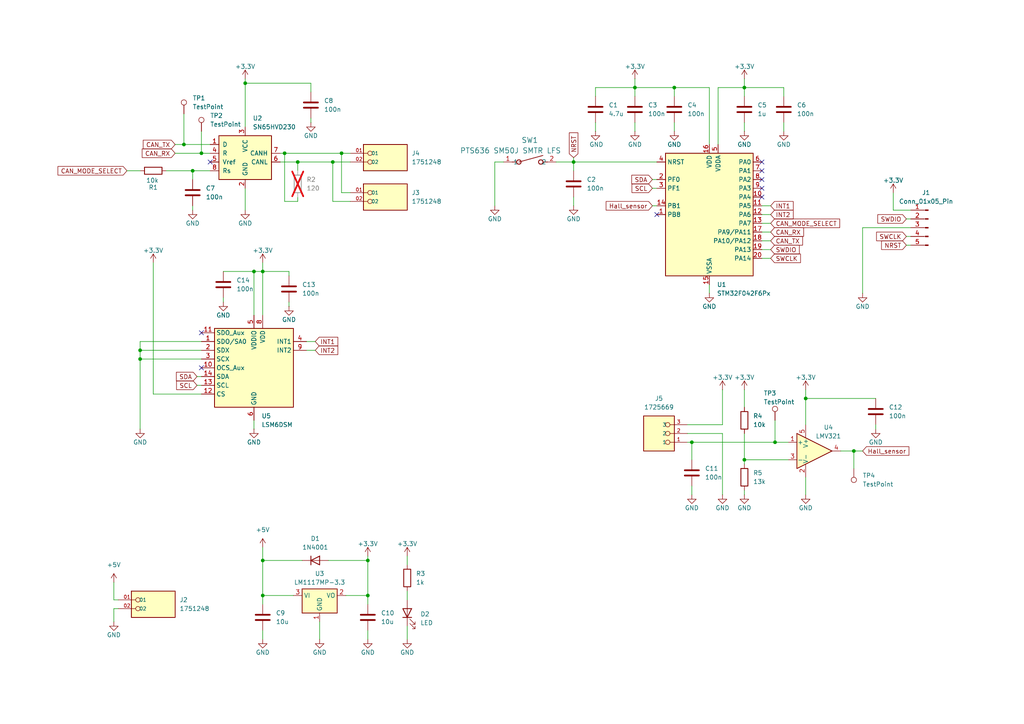
<source format=kicad_sch>
(kicad_sch (version 20231120) (generator "eeschema") (generator_version "8.0")
  (paper "A4")
  (title_block (title "R2D2 drive intelligence") (date "2024-12-29") (rev "V1.0") (company "David Jakovlev"))
  (lib_symbols
    (symbol "1725669:1725669" (pin_names (offset 1.016))
      (property "Reference" "J" (at -2.54 5.842 0))
      (property "Value" "1725669" (at -2.54 -7.62 0))
      (symbol "1725669_0_0"
        (rectangle (start -3.81 -5.08) (end 5.08 5.08) (stroke (width 0.254)) (fill (type background)))
        (circle (center -1.905 -2.54) (radius 0.635) (stroke (width 0.1524)))
        (circle (center -1.905 0) (radius 0.635) (stroke (width 0.1524)))
        (circle (center -1.905 2.54) (radius 0.635) (stroke (width 0.1524)))
        (pin passive line (at -7.62 2.54 0) (length 5.08) (name "1") (number "1"))
        (pin passive line (at -7.62 0 0) (length 5.08) (name "2") (number "2"))
        (pin passive line (at -7.62 -2.54 0) (length 5.08) (name "3") (number "3"))
      )
    )
    (symbol "1751248:1751248" (pin_names (offset 1.016))
      (property "Reference" "J" (at -6.85 5.08 0))
      (property "Value" "1751248" (at -6.35 -5.08 0))
      (symbol "1751248_0_0"
        (rectangle (start -6.35 -2.54) (end 6.35 5.08) (stroke (width 0.254)) (fill (type background)))
        (circle (center -4.445 0) (radius 0.635) (stroke (width 0.1524)))
        (circle (center -4.445 2.54) (radius 0.635) (stroke (width 0.1524)))
        (pin passive line (at -10.16 2.54 0) (length 5.08) (name "01") (number "01"))
        (pin passive line (at -10.16 0 0) (length 5.08) (name "02") (number "02"))
      )
    )
    (symbol "Amplifier_Operational:LMV321" (pin_names (offset 0.127))
      (property "Reference" "U" (at 0 5.08 0))
      (property "Value" "LMV321" (at 0 -5.08 0))
      (symbol "LMV321_0_1"
        (polyline (pts (xy -5.08 5.08) (xy 5.08 0) (xy -5.08 -5.08) (xy -5.08 5.08)) (stroke (width 0.254)) (fill (type background)))
        (pin power_in line (at -2.54 -7.62 90) (length 3.81) (name "V-") (number "2"))
        (pin power_in line (at -2.54 7.62 270) (length 3.81) (name "V+") (number "5"))
      )
      (symbol "LMV321_1_1"
        (pin input line (at -7.62 2.54 0) (length 2.54) (name "+") (number "1"))
        (pin input line (at -7.62 -2.54 0) (length 2.54) (name "-") (number "3"))
        (pin output line (at 7.62 0 180) (length 2.54) (name "~") (number "4"))
      )
    )
    (symbol "Connector:Conn_01x05_Pin" (pin_names (offset 1.016) hide)
      (property "Reference" "J" (at 0 7.62 0))
      (property "Value" "Conn_01x05_Pin" (at 0 -7.62 0))
      (symbol "Conn_01x05_Pin_1_1"
        (polyline (pts (xy 1.27 -5.08) (xy 0.8636 -5.08)) (stroke (width 0.1524)))
        (polyline (pts (xy 1.27 -2.54) (xy 0.8636 -2.54)) (stroke (width 0.1524)))
        (polyline (pts (xy 1.27 0) (xy 0.8636 0)) (stroke (width 0.1524)))
        (polyline (pts (xy 1.27 2.54) (xy 0.8636 2.54)) (stroke (width 0.1524)))
        (polyline (pts (xy 1.27 5.08) (xy 0.8636 5.08)) (stroke (width 0.1524)))
        (rectangle (start 0.8636 -4.953) (end 0 -5.207) (stroke (width 0.1524)) (fill (type outline)))
        (rectangle (start 0.8636 -2.413) (end 0 -2.667) (stroke (width 0.1524)) (fill (type outline)))
        (rectangle (start 0.8636 0.127) (end 0 -0.127) (stroke (width 0.1524)) (fill (type outline)))
        (rectangle (start 0.8636 2.667) (end 0 2.413) (stroke (width 0.1524)) (fill (type outline)))
        (rectangle (start 0.8636 5.207) (end 0 4.953) (stroke (width 0.1524)) (fill (type outline)))
        (pin passive line (at 5.08 5.08 180) (length 3.81) (name "Pin_1") (number "1"))
        (pin passive line (at 5.08 2.54 180) (length 3.81) (name "Pin_2") (number "2"))
        (pin passive line (at 5.08 0 180) (length 3.81) (name "Pin_3") (number "3"))
        (pin passive line (at 5.08 -2.54 180) (length 3.81) (name "Pin_4") (number "4"))
        (pin passive line (at 5.08 -5.08 180) (length 3.81) (name "Pin_5") (number "5"))
      )
    )
    (symbol "Connector:TestPoint" (pin_numbers hide) (pin_names (offset 0.762) hide)
      (property "Reference" "TP" (at 0 6.858 0))
      (property "Value" "TestPoint" (at 0 5.08 0))
      (symbol "TestPoint_0_1"
        (circle (center 0 3.302) (radius 0.762))
      )
      (symbol "TestPoint_1_1"
        (pin passive line (at 0 0 90) (length 2.54) (name "1") (number "1"))
      )
    )
    (symbol "Device:C" (pin_numbers hide) (pin_names (offset 0.254))
      (property "Reference" "C" (at 0.635 2.54 0))
      (property "Value" "C" (at 0.635 -2.54 0))
      (symbol "C_0_1"
        (polyline (pts (xy -2.032 -0.762) (xy 2.032 -0.762)) (stroke (width 0.508)))
        (polyline (pts (xy -2.032 0.762) (xy 2.032 0.762)) (stroke (width 0.508)))
      )
      (symbol "C_1_1"
        (pin passive line (at 0 3.81 270) (length 2.794) (name "~") (number "1"))
        (pin passive line (at 0 -3.81 90) (length 2.794) (name "~") (number "2"))
      )
    )
    (symbol "Device:D" (pin_numbers hide) (pin_names (offset 1.016) hide)
      (property "Reference" "D" (at 0 2.54 0))
      (property "Value" "D" (at 0 -2.54 0))
      (symbol "D_0_1"
        (polyline (pts (xy -1.27 1.27) (xy -1.27 -1.27)) (stroke (width 0.254)))
        (polyline (pts (xy 1.27 0) (xy -1.27 0)))
        (polyline (pts (xy 1.27 1.27) (xy 1.27 -1.27) (xy -1.27 0) (xy 1.27 1.27)) (stroke (width 0.254)))
      )
      (symbol "D_1_1"
        (pin passive line (at -3.81 0 0) (length 2.54) (name "K") (number "1"))
        (pin passive line (at 3.81 0 180) (length 2.54) (name "A") (number "2"))
      )
    )
    (symbol "Device:LED" (pin_numbers hide) (pin_names (offset 1.016) hide)
      (property "Reference" "D" (at 0 2.54 0))
      (property "Value" "LED" (at 0 -2.54 0))
      (symbol "LED_0_1"
        (polyline (pts (xy -1.27 -1.27) (xy -1.27 1.27)) (stroke (width 0.254)))
        (polyline (pts (xy -1.27 0) (xy 1.27 0)))
        (polyline (pts (xy 1.27 -1.27) (xy 1.27 1.27) (xy -1.27 0) (xy 1.27 -1.27)) (stroke (width 0.254)))
        (polyline (pts (xy -3.048 -0.762) (xy -4.572 -2.286) (xy -3.81 -2.286) (xy -4.572 -2.286) (xy -4.572 -1.524)))
        (polyline (pts (xy -1.778 -0.762) (xy -3.302 -2.286) (xy -2.54 -2.286) (xy -3.302 -2.286) (xy -3.302 -1.524)))
      )
      (symbol "LED_1_1"
        (pin passive line (at -3.81 0 0) (length 2.54) (name "K") (number "1"))
        (pin passive line (at 3.81 0 180) (length 2.54) (name "A") (number "2"))
      )
    )
    (symbol "Device:R" (pin_numbers hide) (pin_names (offset 0))
      (property "Reference" "R" (at 2.032 0 90))
      (property "Value" "R" (at 0 0 90))
      (symbol "R_0_1"
        (rectangle (start -1.016 -2.54) (end 1.016 2.54) (stroke (width 0.254)))
      )
      (symbol "R_1_1"
        (pin passive line (at 0 3.81 270) (length 1.27) (name "~") (number "1"))
        (pin passive line (at 0 -3.81 90) (length 1.27) (name "~") (number "2"))
      )
    )
    (symbol "Interface_CAN_LIN:SN65HVD230" (pin_names (offset 1.016))
      (property "Reference" "U" (at -2.54 10.16 0))
      (property "Value" "SN65HVD230" (at -2.54 7.62 0))
      (symbol "SN65HVD230_0_1"
        (rectangle (start -7.62 5.08) (end 7.62 -7.62) (stroke (width 0.254)) (fill (type background)))
      )
      (symbol "SN65HVD230_1_1"
        (pin input line (at -10.16 2.54 0) (length 2.54) (name "D") (number "1"))
        (pin power_in line (at 0 -10.16 90) (length 2.54) (name "GND") (number "2"))
        (pin power_in line (at 0 7.62 270) (length 2.54) (name "VCC") (number "3"))
        (pin output line (at -10.16 0 0) (length 2.54) (name "R") (number "4"))
        (pin output line (at -10.16 -2.54 0) (length 2.54) (name "Vref") (number "5"))
        (pin bidirectional line (at 10.16 -2.54 180) (length 2.54) (name "CANL") (number "6"))
        (pin bidirectional line (at 10.16 0 180) (length 2.54) (name "CANH") (number "7"))
        (pin input line (at -10.16 -5.08 0) (length 2.54) (name "Rs") (number "8"))
      )
    )
    (symbol "MCU_ST_STM32F0:STM32F042F6Px"
      (property "Reference" "U" (at -12.7 19.05 0))
      (property "Value" "STM32F042F6Px" (at 5.08 19.05 0))
      (symbol "STM32F042F6Px_0_1"
        (rectangle (start -12.7 -17.78) (end 12.7 17.78) (stroke (width 0.254)) (fill (type background)))
      )
      (symbol "STM32F042F6Px_1_1"
        (pin bidirectional line (at -15.24 0 0) (length 2.54) (name "PB8") (number "1"))
        (pin bidirectional line (at 15.24 5.08 180) (length 2.54) (name "PA4") (number "10"))
        (pin bidirectional line (at 15.24 2.54 180) (length 2.54) (name "PA5") (number "11"))
        (pin bidirectional line (at 15.24 0 180) (length 2.54) (name "PA6") (number "12"))
        (pin bidirectional line (at 15.24 -2.54 180) (length 2.54) (name "PA7") (number "13"))
        (pin bidirectional line (at -15.24 2.54 0) (length 2.54) (name "PB1") (number "14"))
        (pin power_in line (at 0 -20.32 90) (length 2.54) (name "VSSA") (number "15"))
        (pin power_in line (at 0 20.32 270) (length 2.54) (name "VDD") (number "16"))
        (pin bidirectional line (at 15.24 -5.08 180) (length 2.54) (name "PA9/PA11") (number "17"))
        (pin bidirectional line (at 15.24 -7.62 180) (length 2.54) (name "PA10/PA12") (number "18"))
        (pin bidirectional line (at 15.24 -10.16 180) (length 2.54) (name "PA13") (number "19"))
        (pin bidirectional line (at -15.24 10.16 0) (length 2.54) (name "PF0") (number "2"))
        (pin bidirectional line (at 15.24 -12.7 180) (length 2.54) (name "PA14") (number "20"))
        (pin bidirectional line (at -15.24 7.62 0) (length 2.54) (name "PF1") (number "3"))
        (pin input line (at -15.24 15.24 0) (length 2.54) (name "NRST") (number "4"))
        (pin power_in line (at 2.54 20.32 270) (length 2.54) (name "VDDA") (number "5"))
        (pin bidirectional line (at 15.24 15.24 180) (length 2.54) (name "PA0") (number "6"))
        (pin bidirectional line (at 15.24 12.7 180) (length 2.54) (name "PA1") (number "7"))
        (pin bidirectional line (at 15.24 10.16 180) (length 2.54) (name "PA2") (number "8"))
        (pin bidirectional line (at 15.24 7.62 180) (length 2.54) (name "PA3") (number "9"))
      )
    )
    (symbol "PTS636_SM50J_SMTR_LFS:PTS636_SM50J_SMTR_LFS" (pin_names (offset 0.254))
      (property "Reference" "SW" (at 7.62 3.81 0))
      (property "Value" "PTS636 SM50J SMTR LFS" (at 0 0 0))
      (symbol "PTS636_SM50J_SMTR_LFS_0_1"
        (polyline (pts (xy 2.54 0) (xy 3.81 0)) (stroke (width 0.2032)))
        (polyline (pts (xy 4.445 0) (xy 11.43 1.905)) (stroke (width 0.2032)))
        (polyline (pts (xy 12.7 0) (xy 11.43 0)) (stroke (width 0.2032)))
        (circle (center 4.445 0) (radius 0.635) (stroke (width 0.254)))
        (circle (center 10.795 0) (radius 0.635) (stroke (width 0.254)))
        (pin unspecified line (at 0 0 0) (length 2.54) (name "1") (number "1"))
        (pin unspecified line (at 15.24 0 180) (length 2.54) (name "2") (number "2"))
      )
    )
    (symbol "Regulator_Linear:LM1117MP-3.3"
      (property "Reference" "U" (at -3.81 3.175 0))
      (property "Value" "LM1117MP-3.3" (at 0 3.175 0))
      (symbol "LM1117MP-3.3_0_1"
        (rectangle (start -5.08 -5.08) (end 5.08 1.905) (stroke (width 0.254)) (fill (type background)))
      )
      (symbol "LM1117MP-3.3_1_1"
        (pin power_in line (at 0 -7.62 90) (length 2.54) (name "GND") (number "1"))
        (pin power_out line (at 7.62 0 180) (length 2.54) (name "VO") (number "2"))
        (pin power_in line (at -7.62 0 0) (length 2.54) (name "VI") (number "3"))
      )
    )
    (symbol "Sensor_Motion:LSM6DSM"
      (property "Reference" "U" (at -11.43 15.24 0))
      (property "Value" "LSM6DSM" (at -11.43 12.7 0))
      (symbol "LSM6DSM_0_1"
        (rectangle (start 11.43 11.43) (end -11.43 -11.43) (stroke (width 0.254)) (fill (type background)))
      )
      (symbol "LSM6DSM_1_1"
        (pin bidirectional line (at -15.24 7.62 0) (length 3.81) (name "SDO/SA0") (number "1"))
        (pin passive line (at -15.24 0 0) (length 3.81) (name "OCS_Aux") (number "10"))
        (pin bidirectional line (at -15.24 10.16 0) (length 3.81) (name "SDO_Aux") (number "11"))
        (pin input line (at -15.24 -7.62 0) (length 3.81) (name "CS") (number "12"))
        (pin input line (at -15.24 -5.08 0) (length 3.81) (name "SCL") (number "13"))
        (pin bidirectional line (at -15.24 -2.54 0) (length 3.81) (name "SDA") (number "14"))
        (pin bidirectional line (at -15.24 5.08 0) (length 3.81) (name "SDX") (number "2"))
        (pin input line (at -15.24 2.54 0) (length 3.81) (name "SCX") (number "3"))
        (pin output line (at 15.24 7.62 180) (length 3.81) (name "INT1") (number "4"))
        (pin power_in line (at 0 15.24 270) (length 3.81) (name "VDDIO") (number "5"))
        (pin power_in line (at 0 -15.24 90) (length 3.81) (name "GND") (number "6"))
        (pin passive line (at 0 -15.24 90) (length 3.81) hide (name "GND") (number "7"))
        (pin power_in line (at 2.54 15.24 270) (length 3.81) (name "VDD") (number "8"))
        (pin output line (at 15.24 5.08 180) (length 3.81) (name "INT2") (number "9"))
      )
    )
    (symbol "power:+3.3V" (power) (pin_numbers hide) (pin_names (offset 0) hide)
      (property "Value" "+3.3V" (at 0 3.556 0))
      (symbol "+3.3V_0_1"
        (polyline (pts (xy -0.762 1.27) (xy 0 2.54)))
        (polyline (pts (xy 0 0) (xy 0 2.54)))
        (polyline (pts (xy 0 2.54) (xy 0.762 1.27)))
      )
      (symbol "+3.3V_1_1"
        (pin power_in line (at 0 0 90) (length 0) (name "~") (number "1"))
      )
    )
    (symbol "power:+5V" (power) (pin_numbers hide) (pin_names (offset 0) hide)
      (property "Value" "+5V" (at 0 3.556 0))
      (symbol "+5V_0_1"
        (polyline (pts (xy -0.762 1.27) (xy 0 2.54)))
        (polyline (pts (xy 0 0) (xy 0 2.54)))
        (polyline (pts (xy 0 2.54) (xy 0.762 1.27)))
      )
      (symbol "+5V_1_1"
        (pin power_in line (at 0 0 90) (length 0) (name "~") (number "1"))
      )
    )
    (symbol "power:GND" (power) (pin_numbers hide) (pin_names (offset 0) hide)
      (property "Value" "GND" (at 0 -3.81 0))
      (symbol "GND_0_1"
        (polyline (pts (xy 0 0) (xy 0 -1.27) (xy 1.27 -1.27) (xy 0 -2.54) (xy -1.27 -1.27) (xy 0 -1.27)))
      )
      (symbol "GND_1_1"
        (pin power_in line (at 0 0 270) (length 0) (name "~") (number "1"))
      )
    )
  )
  (junction (at 215.9 25.4))
  (junction (at 106.68 162.56))
  (junction (at 76.2 162.56))
  (junction (at 76.2 172.72))
  (junction (at 82.55 44.45))
  (junction (at 96.52 46.99))
  (junction (at 224.79 128.27))
  (junction (at 106.68 172.72))
  (junction (at 73.66 78.74))
  (junction (at 247.65 130.81))
  (junction (at 76.2 78.74))
  (junction (at 99.06 44.45))
  (junction (at 40.64 104.14))
  (junction (at 55.88 49.53))
  (junction (at 86.36 46.99))
  (junction (at 58.42 44.45))
  (junction (at 195.58 25.4))
  (junction (at 184.15 25.4))
  (junction (at 200.66 128.27))
  (junction (at 71.12 24.13))
  (junction (at 215.9 133.35))
  (junction (at 166.37 46.99))
  (junction (at 233.68 115.57))
  (junction (at 40.64 101.6))
  (junction (at 53.34 41.91))
  (no_connect (at 220.98 46.99))
  (no_connect (at 220.98 49.53))
  (no_connect (at 190.5 62.23))
  (no_connect (at 220.98 52.07))
  (no_connect (at 220.98 54.61))
  (no_connect (at 60.96 46.99))
  (no_connect (at 58.42 106.68))
  (no_connect (at 220.98 57.15))
  (no_connect (at 58.42 96.52))
  (wire (pts (xy 55.88 52.07) (xy 55.88 49.53)))
  (wire (pts (xy 83.82 78.74) (xy 83.82 80.01)))
  (wire (pts (xy 83.82 87.63) (xy 83.82 88.9)))
  (wire (pts (xy 76.2 162.56) (xy 76.2 172.72)))
  (wire (pts (xy 71.12 54.61) (xy 71.12 60.96)))
  (wire (pts (xy 86.36 58.42) (xy 86.36 57.15)))
  (wire (pts (xy 48.26 49.53) (xy 55.88 49.53)))
  (wire (pts (xy 101.6 55.88) (xy 99.06 55.88)))
  (wire (pts (xy 227.33 25.4) (xy 227.33 27.94)))
  (wire (pts (xy 189.23 54.61) (xy 190.5 54.61)))
  (wire (pts (xy 259.08 60.96) (xy 259.08 55.88)))
  (wire (pts (xy 118.11 163.83) (xy 118.11 161.29)))
  (wire (pts (xy 200.66 143.51) (xy 200.66 140.97)))
  (wire (pts (xy 73.66 124.46) (xy 73.66 121.92)))
  (wire (pts (xy 184.15 25.4) (xy 195.58 25.4)))
  (wire (pts (xy 161.29 46.99) (xy 166.37 46.99)))
  (wire (pts (xy 71.12 22.86) (xy 71.12 24.13)))
  (wire (pts (xy 184.15 25.4) (xy 184.15 27.94)))
  (wire (pts (xy 58.42 99.06) (xy 40.64 99.06)))
  (wire (pts (xy 64.77 86.36) (xy 64.77 87.63)))
  (wire (pts (xy 250.19 85.09) (xy 250.19 66.04)))
  (wire (pts (xy 243.84 130.81) (xy 247.65 130.81)))
  (wire (pts (xy 184.15 35.56) (xy 184.15 38.1)))
  (wire (pts (xy 40.64 101.6) (xy 40.64 104.14)))
  (wire (pts (xy 215.9 25.4) (xy 227.33 25.4)))
  (wire (pts (xy 223.52 62.23) (xy 220.98 62.23)))
  (wire (pts (xy 220.98 74.93) (xy 223.52 74.93)))
  (wire (pts (xy 215.9 113.03) (xy 215.9 118.11)))
  (wire (pts (xy 233.68 113.03) (xy 233.68 115.57)))
  (wire (pts (xy 73.66 78.74) (xy 76.2 78.74)))
  (wire (pts (xy 76.2 78.74) (xy 83.82 78.74)))
  (wire (pts (xy 71.12 36.83) (xy 71.12 24.13)))
  (wire (pts (xy 209.55 125.73) (xy 209.55 143.51)))
  (wire (pts (xy 95.25 162.56) (xy 106.68 162.56)))
  (wire (pts (xy 87.63 162.56) (xy 76.2 162.56)))
  (wire (pts (xy 223.52 67.31) (xy 220.98 67.31)))
  (wire (pts (xy 233.68 115.57) (xy 233.68 123.19)))
  (wire (pts (xy 189.23 59.69) (xy 190.5 59.69)))
  (wire (pts (xy 172.72 25.4) (xy 172.72 27.94)))
  (wire (pts (xy 81.28 46.99) (xy 86.36 46.99)))
  (wire (pts (xy 264.16 60.96) (xy 259.08 60.96)))
  (wire (pts (xy 247.65 130.81) (xy 250.19 130.81)))
  (wire (pts (xy 262.89 68.58) (xy 264.16 68.58)))
  (wire (pts (xy 215.9 22.86) (xy 215.9 25.4)))
  (wire (pts (xy 57.15 109.22) (xy 58.42 109.22)))
  (wire (pts (xy 143.51 46.99) (xy 146.05 46.99)))
  (wire (pts (xy 209.55 123.19) (xy 209.55 113.03)))
  (wire (pts (xy 90.17 24.13) (xy 90.17 26.67)))
  (wire (pts (xy 96.52 58.42) (xy 96.52 46.99)))
  (wire (pts (xy 166.37 46.99) (xy 166.37 49.53)))
  (wire (pts (xy 166.37 57.15) (xy 166.37 59.69)))
  (wire (pts (xy 262.89 71.12) (xy 264.16 71.12)))
  (wire (pts (xy 205.74 41.91) (xy 205.74 25.4)))
  (wire (pts (xy 106.68 185.42) (xy 106.68 182.88)))
  (wire (pts (xy 34.29 173.99) (xy 33.02 173.99)))
  (wire (pts (xy 76.2 91.44) (xy 76.2 78.74)))
  (wire (pts (xy 262.89 63.5) (xy 264.16 63.5)))
  (wire (pts (xy 233.68 143.51) (xy 233.68 138.43)))
  (wire (pts (xy 40.64 104.14) (xy 58.42 104.14)))
  (wire (pts (xy 33.02 180.34) (xy 33.02 176.53)))
  (wire (pts (xy 106.68 172.72) (xy 106.68 175.26)))
  (wire (pts (xy 143.51 59.69) (xy 143.51 46.99)))
  (wire (pts (xy 76.2 76.2) (xy 76.2 78.74)))
  (wire (pts (xy 58.42 38.1) (xy 58.42 44.45)))
  (wire (pts (xy 99.06 55.88) (xy 99.06 44.45)))
  (wire (pts (xy 215.9 35.56) (xy 215.9 38.1)))
  (wire (pts (xy 91.44 99.06) (xy 88.9 99.06)))
  (wire (pts (xy 57.15 111.76) (xy 58.42 111.76)))
  (wire (pts (xy 220.98 72.39) (xy 223.52 72.39)))
  (wire (pts (xy 101.6 58.42) (xy 96.52 58.42)))
  (wire (pts (xy 33.02 173.99) (xy 33.02 168.91)))
  (wire (pts (xy 85.09 172.72) (xy 76.2 172.72)))
  (wire (pts (xy 73.66 78.74) (xy 73.66 91.44)))
  (wire (pts (xy 86.36 46.99) (xy 86.36 49.53)))
  (wire (pts (xy 250.19 66.04) (xy 264.16 66.04)))
  (wire (pts (xy 82.55 44.45) (xy 99.06 44.45)))
  (wire (pts (xy 81.28 44.45) (xy 82.55 44.45)))
  (wire (pts (xy 71.12 24.13) (xy 90.17 24.13)))
  (wire (pts (xy 100.33 172.72) (xy 106.68 172.72)))
  (wire (pts (xy 223.52 59.69) (xy 220.98 59.69)))
  (wire (pts (xy 166.37 45.72) (xy 166.37 46.99)))
  (wire (pts (xy 195.58 35.56) (xy 195.58 38.1)))
  (wire (pts (xy 106.68 162.56) (xy 106.68 172.72)))
  (wire (pts (xy 86.36 58.42) (xy 82.55 58.42)))
  (wire (pts (xy 166.37 46.99) (xy 190.5 46.99)))
  (wire (pts (xy 208.28 25.4) (xy 215.9 25.4)))
  (wire (pts (xy 92.71 180.34) (xy 92.71 185.42)))
  (wire (pts (xy 172.72 35.56) (xy 172.72 38.1)))
  (wire (pts (xy 215.9 25.4) (xy 215.9 27.94)))
  (wire (pts (xy 50.8 44.45) (xy 58.42 44.45)))
  (wire (pts (xy 53.34 41.91) (xy 60.96 41.91)))
  (wire (pts (xy 200.66 128.27) (xy 224.79 128.27)))
  (wire (pts (xy 90.17 35.56) (xy 90.17 34.29)))
  (wire (pts (xy 64.77 78.74) (xy 73.66 78.74)))
  (wire (pts (xy 200.66 128.27) (xy 200.66 133.35)))
  (wire (pts (xy 223.52 64.77) (xy 220.98 64.77)))
  (wire (pts (xy 227.33 35.56) (xy 227.33 38.1)))
  (wire (pts (xy 254 124.46) (xy 254 123.19)))
  (wire (pts (xy 44.45 114.3) (xy 58.42 114.3)))
  (wire (pts (xy 99.06 44.45) (xy 101.6 44.45)))
  (wire (pts (xy 86.36 46.99) (xy 96.52 46.99)))
  (wire (pts (xy 224.79 121.92) (xy 224.79 128.27)))
  (wire (pts (xy 96.52 46.99) (xy 101.6 46.99)))
  (wire (pts (xy 53.34 33.02) (xy 53.34 41.91)))
  (wire (pts (xy 50.8 41.91) (xy 53.34 41.91)))
  (wire (pts (xy 76.2 158.75) (xy 76.2 162.56)))
  (wire (pts (xy 205.74 82.55) (xy 205.74 85.09)))
  (wire (pts (xy 195.58 25.4) (xy 205.74 25.4)))
  (wire (pts (xy 76.2 185.42) (xy 76.2 182.88)))
  (wire (pts (xy 199.39 128.27) (xy 200.66 128.27)))
  (wire (pts (xy 233.68 115.57) (xy 254 115.57)))
  (wire (pts (xy 224.79 128.27) (xy 228.6 128.27)))
  (wire (pts (xy 58.42 101.6) (xy 40.64 101.6)))
  (wire (pts (xy 215.9 143.51) (xy 215.9 142.24)))
  (wire (pts (xy 184.15 22.86) (xy 184.15 25.4)))
  (wire (pts (xy 33.02 176.53) (xy 34.29 176.53)))
  (wire (pts (xy 76.2 172.72) (xy 76.2 175.26)))
  (wire (pts (xy 40.64 124.46) (xy 40.64 104.14)))
  (wire (pts (xy 184.15 25.4) (xy 172.72 25.4)))
  (wire (pts (xy 215.9 133.35) (xy 228.6 133.35)))
  (wire (pts (xy 223.52 69.85) (xy 220.98 69.85)))
  (wire (pts (xy 55.88 60.96) (xy 55.88 59.69)))
  (wire (pts (xy 58.42 44.45) (xy 60.96 44.45)))
  (wire (pts (xy 91.44 101.6) (xy 88.9 101.6)))
  (wire (pts (xy 195.58 27.94) (xy 195.58 25.4)))
  (wire (pts (xy 215.9 125.73) (xy 215.9 133.35)))
  (wire (pts (xy 118.11 181.61) (xy 118.11 185.42)))
  (wire (pts (xy 36.83 49.53) (xy 40.64 49.53)))
  (wire (pts (xy 40.64 99.06) (xy 40.64 101.6)))
  (wire (pts (xy 44.45 76.2) (xy 44.45 114.3)))
  (wire (pts (xy 208.28 41.91) (xy 208.28 25.4)))
  (wire (pts (xy 189.23 52.07) (xy 190.5 52.07)))
  (wire (pts (xy 118.11 171.45) (xy 118.11 173.99)))
  (wire (pts (xy 215.9 133.35) (xy 215.9 134.62)))
  (wire (pts (xy 199.39 125.73) (xy 209.55 125.73)))
  (wire (pts (xy 55.88 49.53) (xy 60.96 49.53)))
  (wire (pts (xy 247.65 130.81) (xy 247.65 135.89)))
  (wire (pts (xy 199.39 123.19) (xy 209.55 123.19)))
  (wire (pts (xy 106.68 161.29) (xy 106.68 162.56)))
  (wire (pts (xy 82.55 58.42) (xy 82.55 44.45)))
  (global_label "Hall_sensor" (shape input) (at 250.19 130.81 0) (property "Intersheetrefs" "${INTERSHEET_REFS}" (effects (hide yes))))
  (global_label "SWCLK" (shape input) (at 262.89 68.58 180) (property "Intersheetrefs" "${INTERSHEET_REFS}" (effects (hide yes))))
  (global_label "INT1" (shape input) (at 91.44 99.06 0) (property "Intersheetrefs" "${INTERSHEET_REFS}" (effects (hide yes))))
  (global_label "SDA" (shape input) (at 57.15 109.22 180) (property "Intersheetrefs" "${INTERSHEET_REFS}" (effects (hide yes))))
  (global_label "NRST" (shape input) (at 262.89 71.12 180) (property "Intersheetrefs" "${INTERSHEET_REFS}" (effects (hide yes))))
  (global_label "SWDIO" (shape input) (at 262.89 63.5 180) (property "Intersheetrefs" "${INTERSHEET_REFS}" (effects (hide yes))))
  (global_label "SWCLK" (shape input) (at 223.52 74.93 0) (property "Intersheetrefs" "${INTERSHEET_REFS}" (effects (hide yes))))
  (global_label "INT1" (shape input) (at 223.52 59.69 0) (property "Intersheetrefs" "${INTERSHEET_REFS}" (effects (hide yes))))
  (global_label "SCL" (shape input) (at 57.15 111.76 180) (property "Intersheetrefs" "${INTERSHEET_REFS}" (effects (hide yes))))
  (global_label "NRST" (shape input) (at 166.37 45.72 90) (property "Intersheetrefs" "${INTERSHEET_REFS}" (effects (hide yes))))
  (global_label "CAN_TX" (shape input) (at 50.8 41.91 180) (property "Intersheetrefs" "${INTERSHEET_REFS}" (effects (hide yes))))
  (global_label "SCL" (shape input) (at 189.23 54.61 180) (property "Intersheetrefs" "${INTERSHEET_REFS}" (effects (hide yes))))
  (global_label "INT2" (shape input) (at 91.44 101.6 0) (property "Intersheetrefs" "${INTERSHEET_REFS}" (effects (hide yes))))
  (global_label "CAN_RX" (shape input) (at 50.8 44.45 180) (property "Intersheetrefs" "${INTERSHEET_REFS}" (effects (hide yes))))
  (global_label "Hall_sensor" (shape input) (at 189.23 59.69 180) (property "Intersheetrefs" "${INTERSHEET_REFS}" (effects (hide yes))))
  (global_label "SWDIO" (shape input) (at 223.52 72.39 0) (property "Intersheetrefs" "${INTERSHEET_REFS}" (effects (hide yes))))
  (global_label "SDA" (shape input) (at 189.23 52.07 180) (property "Intersheetrefs" "${INTERSHEET_REFS}" (effects (hide yes))))
  (global_label "CAN_RX" (shape input) (at 223.52 67.31 0) (property "Intersheetrefs" "${INTERSHEET_REFS}" (effects (hide yes))))
  (global_label "INT2" (shape input) (at 223.52 62.23 0) (property "Intersheetrefs" "${INTERSHEET_REFS}" (effects (hide yes))))
  (global_label "CAN_MODE_SELECT" (shape input) (at 36.83 49.53 180) (property "Intersheetrefs" "${INTERSHEET_REFS}" (effects (hide yes))))
  (global_label "CAN_MODE_SELECT" (shape input) (at 223.52 64.77 0) (property "Intersheetrefs" "${INTERSHEET_REFS}" (effects (hide yes))))
  (global_label "CAN_TX" (shape input) (at 223.52 69.85 0) (property "Intersheetrefs" "${INTERSHEET_REFS}" (effects (hide yes))))
  (symbol (lib_id "power:GND") (at 215.9 143.51 0) (unit 1)
    (property "Reference" "#PWR030" (effects (hide yes)))
    (property "Value" "GND" (at 215.9 147.32 0))
    (property "Description" "Power symbol creates a global label with name \"GND\" , ground" (effects (hide yes)))
  )
  (symbol (lib_id "Regulator_Linear:LM1117MP-3.3") (at 92.71 172.72 0) (unit 1)
    (property "Reference" "U3" (at 92.71 166.37 0))
    (property "Value" "LM1117MP-3.3" (at 92.71 168.91 0))
    (property "Footprint" "Package_TO_SOT_SMD:SOT-223-3_TabPin2" (effects (hide yes)))
    (property "Datasheet" "http://www.ti.com/lit/ds/symlink/lm1117.pdf" (effects (hide yes)))
    (property "Description" "800mA Low-Dropout Linear Regulator, 3.3V fixed output, SOT-223" (effects (hide yes)))
  )
  (symbol (lib_id "power:GND") (at 76.2 185.42 0) (unit 1)
    (property "Reference" "#PWR018" (effects (hide yes)))
    (property "Value" "GND" (at 76.2 189.23 0))
    (property "Description" "Power symbol creates a global label with name \"GND\" , ground" (effects (hide yes)))
  )
  (symbol (lib_id "power:+3.3V") (at 259.08 55.88 0) (unit 1)
    (property "Reference" "#PWR013" (effects (hide yes)))
    (property "Value" "+3.3V" (at 259.08 52.324 0))
    (property "Description" "Power symbol creates a global label with name \"+3.3V\"" (effects (hide yes)))
  )
  (symbol (lib_id "Device:C") (at 83.82 83.82 0) (unit 1)
    (property "Reference" "C13" (at 87.63 82.5499 0) (effects (justify left)))
    (property "Value" "100n" (at 87.63 85.0899 0) (effects (justify left)))
    (property "Footprint" "Capacitor_SMD:C_0603_1608Metric_Pad1.08x0.95mm_HandSolder" (effects (hide yes)))
    (property "Description" "Unpolarized capacitor" (effects (hide yes)))
  )
  (symbol (lib_id "1751248:1751248") (at 44.45 176.53 0) (unit 1)
    (property "Reference" "J2" (at 52.07 173.9899 0) (effects (justify left)))
    (property "Value" "1751248" (at 52.07 176.5299 0) (effects (justify left)))
    (property "Footprint" "1751248:PHOENIX_1751248" (effects (hide yes)))
    (property "PARTREV" "03.03.2021" (effects (hide yes)))
    (property "STANDARD" "Manufacturer Recommendations" (effects (hide yes)))
    (property "MANUFACTURER" "Phoenix Contact" (effects (hide yes)))
  )
  (symbol (lib_id "power:GND") (at 215.9 38.1 0) (unit 1)
    (property "Reference" "#PWR09" (effects (hide yes)))
    (property "Value" "GND" (at 215.9 41.91 0))
    (property "Description" "Power symbol creates a global label with name \"GND\" , ground" (effects (hide yes)))
  )
  (symbol (lib_id "Device:C") (at 64.77 82.55 0) (unit 1)
    (property "Reference" "C14" (at 68.58 81.2799 0) (effects (justify left)))
    (property "Value" "100n" (at 68.58 83.8199 0) (effects (justify left)))
    (property "Footprint" "Capacitor_SMD:C_0603_1608Metric_Pad1.08x0.95mm_HandSolder" (effects (hide yes)))
    (property "Description" "Unpolarized capacitor" (effects (hide yes)))
  )
  (symbol (lib_id "Device:D") (at 91.44 162.56 0) (unit 1)
    (property "Reference" "D1" (at 91.44 156.21 0))
    (property "Value" "1N4001" (at 91.44 158.75 0))
    (property "Footprint" "Diode_SMD:D_SMA_Handsoldering" (effects (hide yes)))
    (property "Description" "Diode" (effects (hide yes)))
    (property "Sim.Device" "D" (effects (hide yes)))
    (property "Sim.Pins" "1=K 2=A" (effects (hide yes)))
  )
  (symbol (lib_id "Connector:Conn_01x05_Pin") (at 269.24 66.04 0) (mirror y) (unit 1)
    (property "Reference" "J1" (at 268.605 55.88 0))
    (property "Value" "Conn_01x05_Pin" (at 268.605 58.42 0))
    (property "Footprint" "Connector_PinHeader_2.54mm:PinHeader_1x05_P2.54mm_Horizontal" (effects (hide yes)))
    (property "Description" "Generic connector, single row, 01x05, script generated" (effects (hide yes)))
  )
  (symbol (lib_id "power:GND") (at 184.15 38.1 0) (unit 1)
    (property "Reference" "#PWR05" (effects (hide yes)))
    (property "Value" "GND" (at 184.15 41.91 0))
    (property "Description" "Power symbol creates a global label with name \"GND\" , ground" (effects (hide yes)))
  )
  (symbol (lib_id "power:GND") (at 254 124.46 0) (unit 1)
    (property "Reference" "#PWR033" (effects (hide yes)))
    (property "Value" "GND" (at 254 128.27 0))
    (property "Description" "Power symbol creates a global label with name \"GND\" , ground" (effects (hide yes)))
  )
  (symbol (lib_id "MCU_ST_STM32F0:STM32F042F6Px") (at 205.74 62.23 0) (unit 1)
    (property "Reference" "U1" (at 207.9341 82.55 0) (effects (justify left)))
    (property "Value" "STM32F042F6Px" (at 207.9341 85.09 0) (effects (justify left)))
    (property "Footprint" "Package_SO:TSSOP-20_4.4x6.5mm_P0.65mm" (effects (hide yes)))
    (property "Datasheet" "https://www.st.com/resource/en/datasheet/stm32f042f6.pdf" (effects (hide yes)))
    (property "Description" "STMicroelectronics Arm Cortex-M0 MCU, 32KB flash, 6KB RAM, 48 MHz, 2.0-3.6V, 16 GPIO, TSSOP20" (effects (hide yes)))
  )
  (symbol (lib_id "power:GND") (at 200.66 143.51 0) (unit 1)
    (property "Reference" "#PWR026" (effects (hide yes)))
    (property "Value" "GND" (at 200.66 147.32 0))
    (property "Description" "Power symbol creates a global label with name \"GND\" , ground" (effects (hide yes)))
  )
  (symbol (lib_id "power:GND") (at 195.58 38.1 0) (unit 1)
    (property "Reference" "#PWR06" (effects (hide yes)))
    (property "Value" "GND" (at 195.58 41.91 0))
    (property "Description" "Power symbol creates a global label with name \"GND\" , ground" (effects (hide yes)))
  )
  (symbol (lib_id "Amplifier_Operational:LMV321") (at 236.22 130.81 0) (unit 1)
    (property "Reference" "U4" (at 240.284 123.952 0))
    (property "Value" "LMV321" (at 240.284 126.492 0))
    (property "Footprint" "Package_TO_SOT_SMD:SOT-23-5" (effects (hide yes)))
    (property "Datasheet" "http://www.ti.com/lit/ds/symlink/lmv324.pdf" (effects (hide yes)))
    (property "Description" "Low-Voltage Rail-to-Rail Output Operational Amplifiers, SOT-23-5/SC-70-5" (effects (hide yes)))
  )
  (symbol (lib_id "Device:LED") (at 118.11 177.8 90) (unit 1)
    (property "Reference" "D2" (at 121.92 178.1174 90) (effects (justify right)))
    (property "Value" "LED" (at 121.92 180.6574 90) (effects (justify right)))
    (property "Footprint" "LED_SMD:LED_0603_1608Metric_Pad1.05x0.95mm_HandSolder" (effects (hide yes)))
    (property "Description" "Light emitting diode" (effects (hide yes)))
  )
  (symbol (lib_id "power:GND") (at 250.19 85.09 0) (unit 1)
    (property "Reference" "#PWR012" (effects (hide yes)))
    (property "Value" "GND" (at 250.19 88.9 0))
    (property "Description" "Power symbol creates a global label with name \"GND\" , ground" (effects (hide yes)))
  )
  (symbol (lib_id "Device:C") (at 184.15 31.75 0) (unit 1)
    (property "Reference" "C3" (at 187.96 30.4799 0) (effects (justify left)))
    (property "Value" "100n" (at 187.96 33.0199 0) (effects (justify left)))
    (property "Footprint" "Capacitor_SMD:C_0603_1608Metric_Pad1.08x0.95mm_HandSolder" (effects (hide yes)))
    (property "Description" "Unpolarized capacitor" (effects (hide yes)))
  )
  (symbol (lib_id "Device:C") (at 172.72 31.75 0) (unit 1)
    (property "Reference" "C1" (at 176.53 30.4799 0) (effects (justify left)))
    (property "Value" "4.7u" (at 176.53 33.0199 0) (effects (justify left)))
    (property "Footprint" "Capacitor_SMD:C_0603_1608Metric_Pad1.08x0.95mm_HandSolder" (effects (hide yes)))
    (property "Description" "Unpolarized capacitor" (effects (hide yes)))
  )
  (symbol (lib_id "Connector:TestPoint") (at 224.79 121.92 0) (unit 1)
    (property "Reference" "TP3" (at 221.488 114.046 0) (effects (justify left)))
    (property "Value" "TestPoint" (at 221.488 116.586 0) (effects (justify left)))
    (property "Footprint" "TestPoint:TestPoint_Pad_D1.0mm" (effects (hide yes)))
    (property "Description" "test point" (effects (hide yes)))
  )
  (symbol (lib_id "power:+3.3V") (at 76.2 76.2 0) (unit 1)
    (property "Reference" "#PWR034" (effects (hide yes)))
    (property "Value" "+3.3V" (at 76.2 72.644 0))
    (property "Description" "Power symbol creates a global label with name \"+3.3V\"" (effects (hide yes)))
  )
  (symbol (lib_id "Device:C") (at 227.33 31.75 0) (unit 1)
    (property "Reference" "C6" (at 231.14 30.4799 0) (effects (justify left)))
    (property "Value" "100n" (at 231.14 33.0199 0) (effects (justify left)))
    (property "Footprint" "Capacitor_SMD:C_0603_1608Metric_Pad1.08x0.95mm_HandSolder" (effects (hide yes)))
    (property "Description" "Unpolarized capacitor" (effects (hide yes)))
  )
  (symbol (lib_id "Device:C") (at 90.17 30.48 0) (unit 1)
    (property "Reference" "C8" (at 93.98 29.2099 0) (effects (justify left)))
    (property "Value" "100n" (at 93.98 31.7499 0) (effects (justify left)))
    (property "Footprint" "Capacitor_SMD:C_0603_1608Metric_Pad1.08x0.95mm_HandSolder" (effects (hide yes)))
    (property "Description" "Unpolarized capacitor" (effects (hide yes)))
  )
  (symbol (lib_id "Device:C") (at 166.37 53.34 0) (unit 1)
    (property "Reference" "C2" (at 170.18 52.0699 0) (effects (justify left)))
    (property "Value" "100n" (at 170.18 54.6099 0) (effects (justify left)))
    (property "Footprint" "Capacitor_SMD:C_0603_1608Metric_Pad1.08x0.95mm_HandSolder" (effects (hide yes)))
    (property "Description" "Unpolarized capacitor" (effects (hide yes)))
  )
  (symbol (lib_id "power:GND") (at 90.17 35.56 0) (unit 1)
    (property "Reference" "#PWR016" (effects (hide yes)))
    (property "Value" "GND" (at 90.17 39.37 0))
    (property "Description" "Power symbol creates a global label with name \"GND\" , ground" (effects (hide yes)))
  )
  (symbol (lib_id "Device:C") (at 254 119.38 0) (unit 1)
    (property "Reference" "C12" (at 257.81 118.1099 0) (effects (justify left)))
    (property "Value" "100n" (at 257.81 120.6499 0) (effects (justify left)))
    (property "Footprint" "Capacitor_SMD:C_0603_1608Metric_Pad1.08x0.95mm_HandSolder" (effects (hide yes)))
    (property "Description" "Unpolarized capacitor" (effects (hide yes)))
  )
  (symbol (lib_id "Device:C") (at 76.2 179.07 0) (unit 1)
    (property "Reference" "C9" (at 80.01 177.7999 0) (effects (justify left)))
    (property "Value" "10u" (at 80.01 180.3399 0) (effects (justify left)))
    (property "Footprint" "Capacitor_SMD:C_0603_1608Metric_Pad1.08x0.95mm_HandSolder" (effects (hide yes)))
    (property "Description" "Unpolarized capacitor" (effects (hide yes)))
  )
  (symbol (lib_id "power:GND") (at 33.02 180.34 0) (unit 1)
    (property "Reference" "#PWR025" (effects (hide yes)))
    (property "Value" "GND" (at 33.02 184.15 0))
    (property "Description" "Power symbol creates a global label with name \"GND\" , ground" (effects (hide yes)))
  )
  (symbol (lib_id "Device:R") (at 44.45 49.53 270) (unit 1)
    (property "Reference" "R1" (at 44.45 54.356 90))
    (property "Value" "10k" (at 44.196 52.324 90))
    (property "Footprint" "Resistor_SMD:R_0603_1608Metric_Pad0.98x0.95mm_HandSolder" (effects (hide yes)))
    (property "Description" "Resistor" (effects (hide yes)))
  )
  (symbol (lib_id "power:+3.3V") (at 215.9 113.03 0) (unit 1)
    (property "Reference" "#PWR029" (effects (hide yes)))
    (property "Value" "+3.3V" (at 215.9 109.474 0))
    (property "Description" "Power symbol creates a global label with name \"+3.3V\"" (effects (hide yes)))
  )
  (symbol (lib_id "power:GND") (at 233.68 143.51 0) (unit 1)
    (property "Reference" "#PWR032" (effects (hide yes)))
    (property "Value" "GND" (at 233.68 147.32 0))
    (property "Description" "Power symbol creates a global label with name \"GND\" , ground" (effects (hide yes)))
  )
  (symbol (lib_id "Connector:TestPoint") (at 53.34 33.02 0) (unit 1)
    (property "Reference" "TP1" (at 55.88 28.4479 0) (effects (justify left)))
    (property "Value" "TestPoint" (at 55.88 30.9879 0) (effects (justify left)))
    (property "Footprint" "TestPoint:TestPoint_Pad_D1.0mm" (effects (hide yes)))
    (property "Description" "test point" (effects (hide yes)))
  )
  (symbol (lib_id "Device:R") (at 215.9 121.92 0) (unit 1)
    (property "Reference" "R4" (at 218.44 120.6499 0) (effects (justify left)))
    (property "Value" "10k" (at 218.44 123.1899 0) (effects (justify left)))
    (property "Footprint" "Resistor_SMD:R_0603_1608Metric_Pad0.98x0.95mm_HandSolder" (effects (hide yes)))
    (property "Description" "Resistor" (effects (hide yes)))
  )
  (symbol (lib_id "power:+3.3V") (at 209.55 113.03 0) (unit 1)
    (property "Reference" "#PWR027" (effects (hide yes)))
    (property "Value" "+3.3V" (at 209.55 109.474 0))
    (property "Description" "Power symbol creates a global label with name \"+3.3V\"" (effects (hide yes)))
  )
  (symbol (lib_id "Device:R") (at 86.36 53.34 0) (unit 1) (in_bom no) (dnp yes)
    (property "Reference" "R2" (at 88.9 52.0699 0) (effects (justify left)))
    (property "Value" "120" (at 88.9 54.6099 0) (effects (justify left)))
    (property "Footprint" "Resistor_SMD:R_0603_1608Metric_Pad0.98x0.95mm_HandSolder" (effects (hide yes)))
    (property "Description" "Resistor" (effects (hide yes)))
  )
  (symbol (lib_id "power:GND") (at 83.82 88.9 0) (unit 1)
    (property "Reference" "#PWR035" (effects (hide yes)))
    (property "Value" "GND" (at 83.82 92.71 0))
    (property "Description" "Power symbol creates a global label with name \"GND\" , ground" (effects (hide yes)))
  )
  (symbol (lib_id "Device:C") (at 200.66 137.16 0) (unit 1)
    (property "Reference" "C11" (at 204.47 135.8899 0) (effects (justify left)))
    (property "Value" "100n" (at 204.47 138.4299 0) (effects (justify left)))
    (property "Footprint" "Capacitor_SMD:C_0603_1608Metric_Pad1.08x0.95mm_HandSolder" (effects (hide yes)))
    (property "Description" "Unpolarized capacitor" (effects (hide yes)))
  )
  (symbol (lib_id "Interface_CAN_LIN:SN65HVD230") (at 71.12 44.45 0) (unit 1)
    (property "Reference" "U2" (at 73.3141 34.29 0) (effects (justify left)))
    (property "Value" "SN65HVD230" (at 73.3141 36.83 0) (effects (justify left)))
    (property "Footprint" "Package_SO:SOIC-8_3.9x4.9mm_P1.27mm" (effects (hide yes)))
    (property "Datasheet" "http://www.ti.com/lit/ds/symlink/sn65hvd230.pdf" (effects (hide yes)))
    (property "Description" "CAN Bus Transceivers, 3.3V, 1Mbps, Low-Power capabilities, SOIC-8" (effects (hide yes)))
  )
  (symbol (lib_id "power:GND") (at 40.64 124.46 0) (unit 1)
    (property "Reference" "#PWR038" (effects (hide yes)))
    (property "Value" "GND" (at 40.64 128.27 0))
    (property "Description" "Power symbol creates a global label with name \"GND\" , ground" (effects (hide yes)))
  )
  (symbol (lib_id "1751248:1751248") (at 111.76 58.42 0) (unit 1)
    (property "Reference" "J3" (at 119.38 55.8799 0) (effects (justify left)))
    (property "Value" "1751248" (at 119.38 58.4199 0) (effects (justify left)))
    (property "Footprint" "1751248:PHOENIX_1751248" (effects (hide yes)))
    (property "PARTREV" "03.03.2021" (effects (hide yes)))
    (property "STANDARD" "Manufacturer Recommendations" (effects (hide yes)))
    (property "MANUFACTURER" "Phoenix Contact" (effects (hide yes)))
  )
  (symbol (lib_id "power:+3.3V") (at 215.9 22.86 0) (unit 1)
    (property "Reference" "#PWR08" (effects (hide yes)))
    (property "Value" "+3.3V" (at 215.9 19.304 0))
    (property "Description" "Power symbol creates a global label with name \"+3.3V\"" (effects (hide yes)))
  )
  (symbol (lib_id "power:+3.3V") (at 184.15 22.86 0) (unit 1)
    (property "Reference" "#PWR04" (effects (hide yes)))
    (property "Value" "+3.3V" (at 184.15 19.304 0))
    (property "Description" "Power symbol creates a global label with name \"+3.3V\"" (effects (hide yes)))
  )
  (symbol (lib_id "Device:C") (at 55.88 55.88 0) (unit 1)
    (property "Reference" "C7" (at 59.69 54.6099 0) (effects (justify left)))
    (property "Value" "100n" (at 59.69 57.1499 0) (effects (justify left)))
    (property "Footprint" "Capacitor_SMD:C_0603_1608Metric_Pad1.08x0.95mm_HandSolder" (effects (hide yes)))
    (property "Description" "Unpolarized capacitor" (effects (hide yes)))
  )
  (symbol (lib_id "power:GND") (at 143.51 59.69 0) (unit 1)
    (property "Reference" "#PWR01" (effects (hide yes)))
    (property "Value" "GND" (at 143.51 63.5 0))
    (property "Description" "Power symbol creates a global label with name \"GND\" , ground" (effects (hide yes)))
  )
  (symbol (lib_id "power:+5V") (at 33.02 168.91 0) (unit 1)
    (property "Reference" "#PWR024" (effects (hide yes)))
    (property "Value" "+5V" (at 33.02 163.83 0))
    (property "Description" "Power symbol creates a global label with name \"+5V\"" (effects (hide yes)))
  )
  (symbol (lib_id "Device:R") (at 118.11 167.64 0) (unit 1)
    (property "Reference" "R3" (at 120.65 166.3699 0) (effects (justify left)))
    (property "Value" "1k" (at 120.65 168.9099 0) (effects (justify left)))
    (property "Footprint" "Resistor_SMD:R_0603_1608Metric_Pad0.98x0.95mm_HandSolder" (effects (hide yes)))
    (property "Description" "Resistor" (effects (hide yes)))
  )
  (symbol (lib_id "Device:C") (at 215.9 31.75 0) (unit 1)
    (property "Reference" "C5" (at 219.71 30.4799 0) (effects (justify left)))
    (property "Value" "1u" (at 219.71 33.0199 0) (effects (justify left)))
    (property "Footprint" "Capacitor_SMD:C_0603_1608Metric_Pad1.08x0.95mm_HandSolder" (effects (hide yes)))
    (property "Description" "Unpolarized capacitor" (effects (hide yes)))
  )
  (symbol (lib_id "Connector:TestPoint") (at 247.65 135.89 180) (unit 1)
    (property "Reference" "TP4" (at 250.19 137.9219 0) (effects (justify right)))
    (property "Value" "TestPoint" (at 250.19 140.4619 0) (effects (justify right)))
    (property "Footprint" "TestPoint:TestPoint_Pad_D1.0mm" (effects (hide yes)))
    (property "Description" "test point" (effects (hide yes)))
  )
  (symbol (lib_id "Device:C") (at 106.68 179.07 0) (unit 1)
    (property "Reference" "C10" (at 110.49 177.7999 0) (effects (justify left)))
    (property "Value" "10u" (at 110.49 180.3399 0) (effects (justify left)))
    (property "Footprint" "Capacitor_SMD:C_0603_1608Metric_Pad1.08x0.95mm_HandSolder" (effects (hide yes)))
    (property "Description" "Unpolarized capacitor" (effects (hide yes)))
  )
  (symbol (lib_id "power:GND") (at 172.72 38.1 0) (unit 1)
    (property "Reference" "#PWR02" (effects (hide yes)))
    (property "Value" "GND" (at 172.974 41.91 0))
    (property "Description" "Power symbol creates a global label with name \"GND\" , ground" (effects (hide yes)))
  )
  (symbol (lib_id "power:GND") (at 71.12 60.96 0) (unit 1)
    (property "Reference" "#PWR015" (effects (hide yes)))
    (property "Value" "GND" (at 71.12 64.77 0))
    (property "Description" "Power symbol creates a global label with name \"GND\" , ground" (effects (hide yes)))
  )
  (symbol (lib_id "power:+3.3V") (at 71.12 22.86 0) (unit 1)
    (property "Reference" "#PWR014" (effects (hide yes)))
    (property "Value" "+3.3V" (at 71.12 19.304 0))
    (property "Description" "Power symbol creates a global label with name \"+3.3V\"" (effects (hide yes)))
  )
  (symbol (lib_id "Connector:TestPoint") (at 58.42 38.1 0) (unit 1)
    (property "Reference" "TP2" (at 60.96 33.5279 0) (effects (justify left)))
    (property "Value" "TestPoint" (at 60.96 36.0679 0) (effects (justify left)))
    (property "Footprint" "TestPoint:TestPoint_Pad_D1.0mm" (effects (hide yes)))
    (property "Description" "test point" (effects (hide yes)))
  )
  (symbol (lib_id "power:GND") (at 166.37 59.69 0) (unit 1)
    (property "Reference" "#PWR03" (effects (hide yes)))
    (property "Value" "GND" (at 166.37 63.5 0))
    (property "Description" "Power symbol creates a global label with name \"GND\" , ground" (effects (hide yes)))
  )
  (symbol (lib_id "power:GND") (at 55.88 60.96 0) (unit 1)
    (property "Reference" "#PWR011" (effects (hide yes)))
    (property "Value" "GND" (at 55.88 64.77 0))
    (property "Description" "Power symbol creates a global label with name \"GND\" , ground" (effects (hide yes)))
  )
  (symbol (lib_id "power:+3.3V") (at 118.11 161.29 0) (unit 1)
    (property "Reference" "#PWR022" (effects (hide yes)))
    (property "Value" "+3.3V" (at 118.11 157.734 0))
    (property "Description" "Power symbol creates a global label with name \"+3.3V\"" (effects (hide yes)))
  )
  (symbol (lib_id "PTS636_SM50J_SMTR_LFS:PTS636_SM50J_SMTR_LFS") (at 146.05 46.99 0) (unit 1)
    (property "Reference" "SW1" (at 153.67 40.64 0) (effects (font (size 1.524 1.524))))
    (property "Value" "PTS636 SM50J SMTR LFS" (at 148.082 43.688 0) (effects (font (size 1.524 1.524))))
    (property "Footprint" "PTS636_SM50J_SMTR_LFS:SW_PTS636_CNK" (effects (hide yes)))
    (property "Datasheet" "PTS636 SM50J SMTR LFS" (effects (hide yes)))
  )
  (symbol (lib_id "1725669:1725669") (at 191.77 125.73 180) (unit 1)
    (property "Reference" "J5" (at 191.135 115.57 0))
    (property "Value" "1725669" (at 191.135 118.11 0))
    (property "Footprint" "1725669:PHOENIX_1725669" (effects (hide yes)))
    (property "PARTREV" "03.03.2021" (effects (hide yes)))
    (property "STANDARD" "Manufacturer Recommendations" (effects (hide yes)))
    (property "MAXIMUM_PACKAGE_HEIGHT" "8.65mm" (effects (hide yes)))
    (property "MANUFACTURER" "Phoenix Contact" (effects (hide yes)))
  )
  (symbol (lib_id "power:GND") (at 118.11 185.42 0) (unit 1)
    (property "Reference" "#PWR023" (effects (hide yes)))
    (property "Value" "GND" (at 118.11 189.23 0))
    (property "Description" "Power symbol creates a global label with name \"GND\" , ground" (effects (hide yes)))
  )
  (symbol (lib_id "power:+3.3V") (at 106.68 161.29 0) (unit 1)
    (property "Reference" "#PWR020" (effects (hide yes)))
    (property "Value" "+3.3V" (at 106.68 157.734 0))
    (property "Description" "Power symbol creates a global label with name \"+3.3V\"" (effects (hide yes)))
  )
  (symbol (lib_id "Sensor_Motion:LSM6DSM") (at 73.66 106.68 0) (unit 1)
    (property "Reference" "U5" (at 75.8541 120.65 0) (effects (justify left)))
    (property "Value" "LSM6DSM" (at 75.8541 123.19 0) (effects (justify left)))
    (property "Footprint" "Package_LGA:LGA-14_3x2.5mm_P0.5mm_LayoutBorder3x4y" (effects (hide yes)))
    (property "Datasheet" "https://www.st.com/resource/en/datasheet/lsm6dsm.pdf" (effects (hide yes)))
    (property "Description" "I2C/SPI, iNEMO inertial module: always-on 3D accelerometer and 3D gyroscope, with auxiliary SPI, 1.71V to 3.6V VCC" (effects (hide yes)))
  )
  (symbol (lib_id "power:+5V") (at 76.2 158.75 0) (unit 1)
    (property "Reference" "#PWR017" (effects (hide yes)))
    (property "Value" "+5V" (at 76.2 153.67 0))
    (property "Description" "Power symbol creates a global label with name \"+5V\"" (effects (hide yes)))
  )
  (symbol (lib_id "Device:R") (at 215.9 138.43 0) (unit 1)
    (property "Reference" "R5" (at 218.44 137.1599 0) (effects (justify left)))
    (property "Value" "13k" (at 218.44 139.6999 0) (effects (justify left)))
    (property "Footprint" "Resistor_SMD:R_0603_1608Metric_Pad0.98x0.95mm_HandSolder" (effects (hide yes)))
    (property "Description" "Resistor" (effects (hide yes)))
  )
  (symbol (lib_id "1751248:1751248") (at 111.76 46.99 0) (unit 1)
    (property "Reference" "J4" (at 119.38 44.4499 0) (effects (justify left)))
    (property "Value" "1751248" (at 119.38 46.9899 0) (effects (justify left)))
    (property "Footprint" "1751248:PHOENIX_1751248" (effects (hide yes)))
    (property "PARTREV" "03.03.2021" (effects (hide yes)))
    (property "STANDARD" "Manufacturer Recommendations" (effects (hide yes)))
    (property "MANUFACTURER" "Phoenix Contact" (effects (hide yes)))
  )
  (symbol (lib_id "power:+3.3V") (at 44.45 76.2 0) (unit 1)
    (property "Reference" "#PWR039" (effects (hide yes)))
    (property "Value" "+3.3V" (at 44.45 72.644 0))
    (property "Description" "Power symbol creates a global label with name \"+3.3V\"" (effects (hide yes)))
  )
  (symbol (lib_id "power:GND") (at 64.77 87.63 0) (unit 1)
    (property "Reference" "#PWR037" (effects (hide yes)))
    (property "Value" "GND" (at 64.77 91.44 0))
    (property "Description" "Power symbol creates a global label with name \"GND\" , ground" (effects (hide yes)))
  )
  (symbol (lib_id "power:GND") (at 209.55 143.51 0) (unit 1)
    (property "Reference" "#PWR028" (effects (hide yes)))
    (property "Value" "GND" (at 209.55 147.32 0))
    (property "Description" "Power symbol creates a global label with name \"GND\" , ground" (effects (hide yes)))
  )
  (symbol (lib_id "power:GND") (at 106.68 185.42 0) (unit 1)
    (property "Reference" "#PWR021" (effects (hide yes)))
    (property "Value" "GND" (at 106.68 189.23 0))
    (property "Description" "Power symbol creates a global label with name \"GND\" , ground" (effects (hide yes)))
  )
  (symbol (lib_id "power:+3.3V") (at 233.68 113.03 0) (unit 1)
    (property "Reference" "#PWR031" (effects (hide yes)))
    (property "Value" "+3.3V" (at 233.68 109.474 0))
    (property "Description" "Power symbol creates a global label with name \"+3.3V\"" (effects (hide yes)))
  )
  (symbol (lib_id "power:GND") (at 205.74 85.09 0) (unit 1)
    (property "Reference" "#PWR07" (effects (hide yes)))
    (property "Value" "GND" (at 205.74 88.9 0))
    (property "Description" "Power symbol creates a global label with name \"GND\" , ground" (effects (hide yes)))
  )
  (symbol (lib_id "power:GND") (at 73.66 124.46 0) (unit 1)
    (property "Reference" "#PWR036" (effects (hide yes)))
    (property "Value" "GND" (at 73.66 128.27 0))
    (property "Description" "Power symbol creates a global label with name \"GND\" , ground" (effects (hide yes)))
  )
  (symbol (lib_id "Device:C") (at 195.58 31.75 0) (unit 1)
    (property "Reference" "C4" (at 199.39 30.4799 0) (effects (justify left)))
    (property "Value" "100n" (at 199.39 33.0199 0) (effects (justify left)))
    (property "Footprint" "Capacitor_SMD:C_0603_1608Metric_Pad1.08x0.95mm_HandSolder" (effects (hide yes)))
    (property "Description" "Unpolarized capacitor" (effects (hide yes)))
  )
  (symbol (lib_id "power:GND") (at 92.71 185.42 0) (unit 1)
    (property "Reference" "#PWR019" (effects (hide yes)))
    (property "Value" "GND" (at 92.71 189.23 0))
    (property "Description" "Power symbol creates a global label with name \"GND\" , ground" (effects (hide yes)))
  )
  (symbol (lib_id "power:GND") (at 227.33 38.1 0) (unit 1)
    (property "Reference" "#PWR010" (effects (hide yes)))
    (property "Value" "GND" (at 227.33 41.91 0))
    (property "Description" "Power symbol creates a global label with name \"GND\" , ground" (effects (hide yes)))
  )
)
</source>
